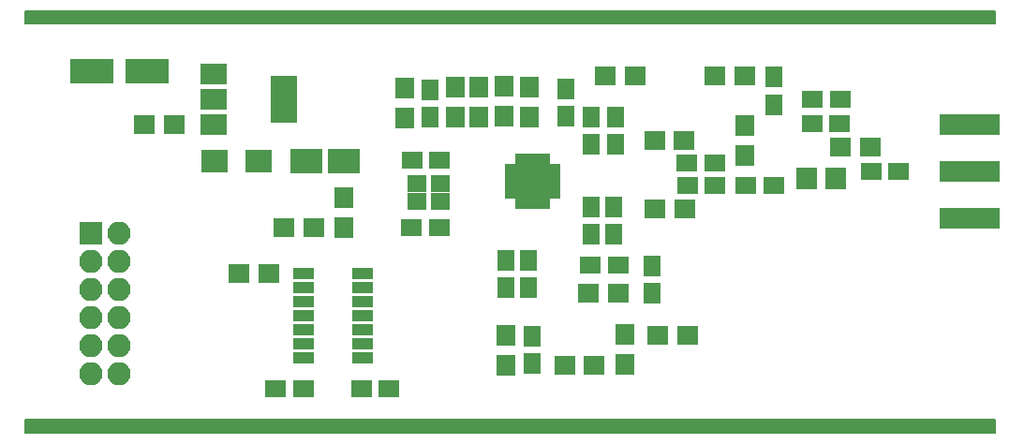
<source format=gbr>
G04 #@! TF.GenerationSoftware,KiCad,Pcbnew,(5.0.0-rc2-dev-311-g1dd4af297)*
G04 #@! TF.CreationDate,2018-06-18T13:27:12-07:00*
G04 #@! TF.ProjectId,beacon_pll,626561636F6E5F706C6C2E6B69636164,rev?*
G04 #@! TF.SameCoordinates,Original*
G04 #@! TF.FileFunction,Soldermask,Top*
G04 #@! TF.FilePolarity,Negative*
%FSLAX46Y46*%
G04 Gerber Fmt 4.6, Leading zero omitted, Abs format (unit mm)*
G04 Created by KiCad (PCBNEW (5.0.0-rc2-dev-311-g1dd4af297)) date 06/18/18 13:27:12*
%MOMM*%
%LPD*%
G01*
G04 APERTURE LIST*
%ADD10C,0.150000*%
%ADD11R,1.900000X1.700000*%
%ADD12R,2.400000X1.900000*%
%ADD13R,2.400000X4.200000*%
%ADD14R,2.400000X2.000000*%
%ADD15R,3.900000X2.200000*%
%ADD16R,3.000000X2.200000*%
%ADD17R,1.900000X1.650000*%
%ADD18R,1.650000X1.900000*%
%ADD19R,1.700000X1.900000*%
%ADD20R,5.480000X1.900000*%
%ADD21R,2.838400X2.838400*%
%ADD22R,0.704800X1.212800*%
%ADD23R,1.212800X0.704800*%
%ADD24R,1.900000X0.800000*%
%ADD25R,1.700000X1.500000*%
%ADD26O,2.100000X2.100000*%
%ADD27R,2.100000X2.100000*%
%ADD28R,1.900000X1.000000*%
G04 APERTURE END LIST*
D10*
G36*
X159512000Y-60452000D02*
X247142000Y-60452000D01*
X247142000Y-61595000D01*
X159512000Y-61595000D01*
X159512000Y-60452000D01*
G37*
X159512000Y-60452000D02*
X247142000Y-60452000D01*
X247142000Y-61595000D01*
X159512000Y-61595000D01*
X159512000Y-60452000D01*
G36*
X159512000Y-97409000D02*
X247142000Y-97409000D01*
X247142000Y-98552000D01*
X159512000Y-98552000D01*
X159512000Y-97409000D01*
G37*
X159512000Y-97409000D02*
X247142000Y-97409000D01*
X247142000Y-98552000D01*
X159512000Y-98552000D01*
X159512000Y-97409000D01*
D11*
X170274000Y-70739000D03*
X172974000Y-70739000D03*
D12*
X176555000Y-66153000D03*
X176555000Y-70753000D03*
X176555000Y-68453000D03*
D13*
X182855000Y-68453000D03*
D14*
X180594000Y-74041000D03*
X176594000Y-74041000D03*
D15*
X165561000Y-65913000D03*
X170561000Y-65913000D03*
D16*
X184912000Y-74041000D03*
X188312000Y-74041000D03*
D17*
X194437000Y-80010000D03*
X196937000Y-80010000D03*
D18*
X196088000Y-67564000D03*
X196088000Y-70064000D03*
X205359000Y-89829000D03*
X205359000Y-92329000D03*
D17*
X194477000Y-73914000D03*
X196977000Y-73914000D03*
D18*
X202966000Y-85451000D03*
X202966000Y-82951000D03*
X204978000Y-82971000D03*
X204978000Y-85471000D03*
X212725000Y-78125000D03*
X212725000Y-80625000D03*
X210693000Y-80625000D03*
X210693000Y-78125000D03*
X212852000Y-69997000D03*
X212852000Y-72497000D03*
D17*
X224663000Y-76200000D03*
X227163000Y-76200000D03*
D18*
X210693000Y-70017000D03*
X210693000Y-72517000D03*
D17*
X219369000Y-76200000D03*
X221869000Y-76200000D03*
X219329000Y-74168000D03*
X221829000Y-74168000D03*
X210586000Y-83439000D03*
X213086000Y-83439000D03*
D18*
X216154000Y-85979000D03*
X216154000Y-83479000D03*
X227203000Y-68921000D03*
X227203000Y-66421000D03*
D17*
X233152000Y-68453000D03*
X230652000Y-68453000D03*
X230632000Y-70612000D03*
X233132000Y-70612000D03*
X235966000Y-74930000D03*
X238466000Y-74930000D03*
D18*
X208407000Y-67457000D03*
X208407000Y-69957000D03*
D19*
X188341000Y-77310000D03*
X188341000Y-80010000D03*
D20*
X244856000Y-74930000D03*
X244856000Y-70680000D03*
X244856000Y-79180000D03*
D11*
X216455000Y-78359000D03*
X219155000Y-78359000D03*
D19*
X202819000Y-67277000D03*
X202819000Y-69977000D03*
D11*
X219075000Y-72136000D03*
X216375000Y-72136000D03*
D19*
X198374000Y-70010000D03*
X198374000Y-67310000D03*
D11*
X233172000Y-72771000D03*
X235872000Y-72771000D03*
X185580000Y-80010000D03*
X182880000Y-80010000D03*
X219362000Y-89789000D03*
X216662000Y-89789000D03*
X210947000Y-92456000D03*
X208247000Y-92456000D03*
D19*
X213741000Y-92409000D03*
X213741000Y-89709000D03*
X193802000Y-67404000D03*
X193802000Y-70104000D03*
X202946000Y-92489000D03*
X202946000Y-89789000D03*
X205105000Y-70010000D03*
X205105000Y-67310000D03*
X200533000Y-67310000D03*
X200533000Y-70010000D03*
D11*
X221836000Y-66294000D03*
X224536000Y-66294000D03*
D19*
X224536000Y-73533000D03*
X224536000Y-70833000D03*
D11*
X210406000Y-85979000D03*
X213106000Y-85979000D03*
X214663000Y-66294000D03*
X211963000Y-66294000D03*
D21*
X205359000Y-75819000D03*
D22*
X206609000Y-77711300D03*
X206109001Y-77711300D03*
X205609000Y-77711300D03*
X205109000Y-77711300D03*
X204608999Y-77711300D03*
X204109000Y-77711300D03*
D23*
X203466700Y-77069000D03*
X203466700Y-76569001D03*
X203466700Y-76069000D03*
X203466700Y-75569000D03*
X203466700Y-75068999D03*
X203466700Y-74569000D03*
D22*
X204109000Y-73926700D03*
X204608999Y-73926700D03*
X205109000Y-73926700D03*
X205609000Y-73926700D03*
X206109001Y-73926700D03*
X206609000Y-73926700D03*
D23*
X207251300Y-74569000D03*
X207251300Y-75068999D03*
X207251300Y-75569000D03*
X207251300Y-76069000D03*
X207251300Y-76569001D03*
X207251300Y-77069000D03*
D24*
X232784000Y-74915000D03*
X232784000Y-75565000D03*
X232784000Y-76215000D03*
X230124000Y-76215000D03*
X230124000Y-75565000D03*
X230124000Y-74915000D03*
D25*
X194911000Y-76010000D03*
X197011000Y-76010000D03*
X197011000Y-77660000D03*
X194911000Y-77660000D03*
D17*
X192405000Y-94615000D03*
X189905000Y-94615000D03*
X184638000Y-94615000D03*
X182138000Y-94615000D03*
D26*
X168021000Y-93218000D03*
X165481000Y-93218000D03*
X168021000Y-90678000D03*
X165481000Y-90678000D03*
X168021000Y-88138000D03*
X165481000Y-88138000D03*
X168021000Y-85598000D03*
X165481000Y-85598000D03*
X168021000Y-83058000D03*
X165481000Y-83058000D03*
X168021000Y-80518000D03*
D27*
X165481000Y-80518000D03*
D11*
X181516000Y-84201000D03*
X178816000Y-84201000D03*
D28*
X184625000Y-91821000D03*
X184625000Y-90551000D03*
X184625000Y-89281000D03*
X184625000Y-88011000D03*
X184625000Y-86741000D03*
X184625000Y-85471000D03*
X184625000Y-84201000D03*
X190025000Y-84201000D03*
X190025000Y-85471000D03*
X190025000Y-86741000D03*
X190025000Y-88011000D03*
X190025000Y-89281000D03*
X190025000Y-90551000D03*
X190025000Y-91821000D03*
M02*

</source>
